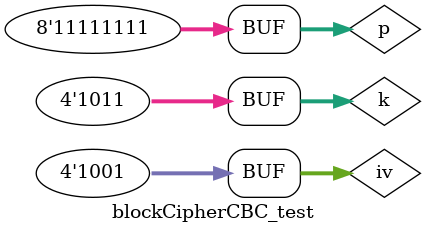
<source format=v>
`timescale 1ns / 1ps


module blockCipherCBC_test;

	// Inputs
	reg [7:0] p;
	reg [3:0] k;
	reg [3:0] iv;

	// Outputs
	wire [7:0] c;

	// Instantiate the Unit Under Test (UUT)
	blockCipherCBC uut (
		.p(p), 
		.k(k), 
		.iv(iv), 
		.c(c)
	);

	initial begin
		// Initialize Inputs
		// Initialize Inputs
		k = 4'd11;
		iv = 4'd9;
		p = 8'd12;

		// Wait 100 ns for global reset to finish
		#100;
		p = 8'd64;
		
		#100;
		p = 8'd137;

		#100;
		p = 8'd177;		
		
		#100
		p = 8'd255;

	end
      
endmodule


</source>
